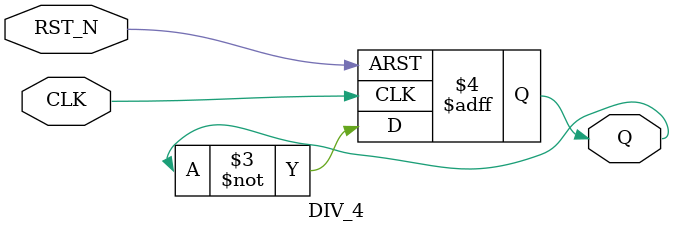
<source format=v>
module DIV_4 (
	input CLK,
	input RST_N,
	output reg Q
);

	always@(posedge CLK or negedge RST_N) begin
		if(!RST_N) begin
			Q <= 1'd0;
		end else begin
			Q <= ~Q;
		end
	end

endmodule
</source>
